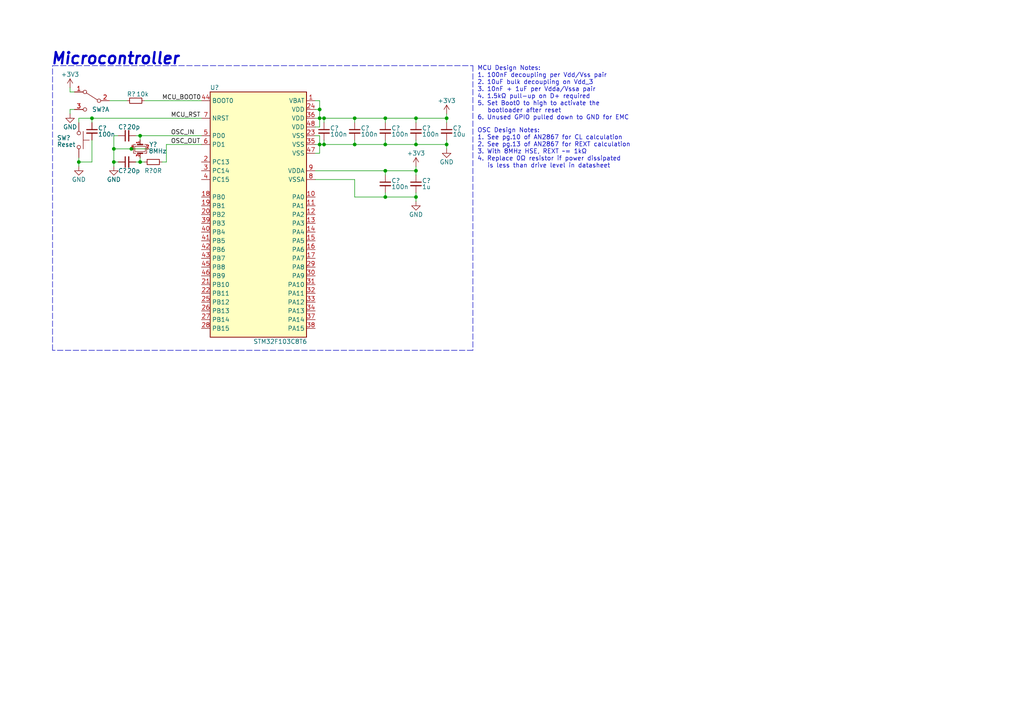
<source format=kicad_sch>
(kicad_sch (version 20211123) (generator eeschema)

  (uuid 5bb4b142-7f0d-4e91-98f8-ca8d5b0119f8)

  (paper "A4")

  (title_block
    (title "mech-eighty")
    (date "2022-06-18")
    (rev "1.0")
    (company "rothman")
  )

  (lib_symbols
    (symbol "Button_Switch:SW_DPDT_x2" (pin_names (offset 0) hide) (in_bom yes) (on_board yes)
      (property "Reference" "SW" (id 0) (at 0 4.318 0)
        (effects (font (size 1.27 1.27)))
      )
      (property "Value" "SW_DPDT_x2" (id 1) (at 0 -5.08 0)
        (effects (font (size 1.27 1.27)))
      )
      (property "Footprint" "" (id 2) (at 0 0 0)
        (effects (font (size 1.27 1.27)) hide)
      )
      (property "Datasheet" "~" (id 3) (at 0 0 0)
        (effects (font (size 1.27 1.27)) hide)
      )
      (property "ki_keywords" "switch dual-pole double-throw DPDT spdt ON-ON" (id 4) (at 0 0 0)
        (effects (font (size 1.27 1.27)) hide)
      )
      (property "ki_description" "Switch, dual pole double throw, separate symbols" (id 5) (at 0 0 0)
        (effects (font (size 1.27 1.27)) hide)
      )
      (property "ki_fp_filters" "SW*DPDT*" (id 6) (at 0 0 0)
        (effects (font (size 1.27 1.27)) hide)
      )
      (symbol "SW_DPDT_x2_0_0"
        (circle (center -2.032 0) (radius 0.508)
          (stroke (width 0) (type default) (color 0 0 0 0))
          (fill (type none))
        )
        (circle (center 2.032 -2.54) (radius 0.508)
          (stroke (width 0) (type default) (color 0 0 0 0))
          (fill (type none))
        )
      )
      (symbol "SW_DPDT_x2_0_1"
        (polyline
          (pts
            (xy -1.524 0.254)
            (xy 1.651 2.286)
          )
          (stroke (width 0) (type default) (color 0 0 0 0))
          (fill (type none))
        )
        (circle (center 2.032 2.54) (radius 0.508)
          (stroke (width 0) (type default) (color 0 0 0 0))
          (fill (type none))
        )
      )
      (symbol "SW_DPDT_x2_1_1"
        (pin passive line (at 5.08 2.54 180) (length 2.54)
          (name "A" (effects (font (size 1.27 1.27))))
          (number "1" (effects (font (size 1.27 1.27))))
        )
        (pin passive line (at -5.08 0 0) (length 2.54)
          (name "B" (effects (font (size 1.27 1.27))))
          (number "2" (effects (font (size 1.27 1.27))))
        )
        (pin passive line (at 5.08 -2.54 180) (length 2.54)
          (name "C" (effects (font (size 1.27 1.27))))
          (number "3" (effects (font (size 1.27 1.27))))
        )
      )
      (symbol "SW_DPDT_x2_2_1"
        (pin passive line (at 5.08 2.54 180) (length 2.54)
          (name "A" (effects (font (size 1.27 1.27))))
          (number "4" (effects (font (size 1.27 1.27))))
        )
        (pin passive line (at -5.08 0 0) (length 2.54)
          (name "B" (effects (font (size 1.27 1.27))))
          (number "5" (effects (font (size 1.27 1.27))))
        )
        (pin passive line (at 5.08 -2.54 180) (length 2.54)
          (name "C" (effects (font (size 1.27 1.27))))
          (number "6" (effects (font (size 1.27 1.27))))
        )
      )
    )
    (symbol "Button_Switch:SW_Push" (pin_numbers hide) (pin_names (offset 1.016) hide) (in_bom yes) (on_board yes)
      (property "Reference" "SW" (id 0) (at 1.27 2.54 0)
        (effects (font (size 1.27 1.27)) (justify left))
      )
      (property "Value" "SW_Push" (id 1) (at 0 -1.524 0)
        (effects (font (size 1.27 1.27)))
      )
      (property "Footprint" "" (id 2) (at 0 5.08 0)
        (effects (font (size 1.27 1.27)) hide)
      )
      (property "Datasheet" "~" (id 3) (at 0 5.08 0)
        (effects (font (size 1.27 1.27)) hide)
      )
      (property "ki_keywords" "switch normally-open pushbutton push-button" (id 4) (at 0 0 0)
        (effects (font (size 1.27 1.27)) hide)
      )
      (property "ki_description" "Push button switch, generic, two pins" (id 5) (at 0 0 0)
        (effects (font (size 1.27 1.27)) hide)
      )
      (symbol "SW_Push_0_1"
        (circle (center -2.032 0) (radius 0.508)
          (stroke (width 0) (type default) (color 0 0 0 0))
          (fill (type none))
        )
        (polyline
          (pts
            (xy 0 1.27)
            (xy 0 3.048)
          )
          (stroke (width 0) (type default) (color 0 0 0 0))
          (fill (type none))
        )
        (polyline
          (pts
            (xy 2.54 1.27)
            (xy -2.54 1.27)
          )
          (stroke (width 0) (type default) (color 0 0 0 0))
          (fill (type none))
        )
        (circle (center 2.032 0) (radius 0.508)
          (stroke (width 0) (type default) (color 0 0 0 0))
          (fill (type none))
        )
        (pin passive line (at -5.08 0 0) (length 2.54)
          (name "1" (effects (font (size 1.27 1.27))))
          (number "1" (effects (font (size 1.27 1.27))))
        )
        (pin passive line (at 5.08 0 180) (length 2.54)
          (name "2" (effects (font (size 1.27 1.27))))
          (number "2" (effects (font (size 1.27 1.27))))
        )
      )
    )
    (symbol "Device:C_Small" (pin_numbers hide) (pin_names (offset 0.254) hide) (in_bom yes) (on_board yes)
      (property "Reference" "C" (id 0) (at 0.254 1.778 0)
        (effects (font (size 1.27 1.27)) (justify left))
      )
      (property "Value" "C_Small" (id 1) (at 0.254 -2.032 0)
        (effects (font (size 1.27 1.27)) (justify left))
      )
      (property "Footprint" "" (id 2) (at 0 0 0)
        (effects (font (size 1.27 1.27)) hide)
      )
      (property "Datasheet" "~" (id 3) (at 0 0 0)
        (effects (font (size 1.27 1.27)) hide)
      )
      (property "ki_keywords" "capacitor cap" (id 4) (at 0 0 0)
        (effects (font (size 1.27 1.27)) hide)
      )
      (property "ki_description" "Unpolarized capacitor, small symbol" (id 5) (at 0 0 0)
        (effects (font (size 1.27 1.27)) hide)
      )
      (property "ki_fp_filters" "C_*" (id 6) (at 0 0 0)
        (effects (font (size 1.27 1.27)) hide)
      )
      (symbol "C_Small_0_1"
        (polyline
          (pts
            (xy -1.524 -0.508)
            (xy 1.524 -0.508)
          )
          (stroke (width 0.3302) (type default) (color 0 0 0 0))
          (fill (type none))
        )
        (polyline
          (pts
            (xy -1.524 0.508)
            (xy 1.524 0.508)
          )
          (stroke (width 0.3048) (type default) (color 0 0 0 0))
          (fill (type none))
        )
      )
      (symbol "C_Small_1_1"
        (pin passive line (at 0 2.54 270) (length 2.032)
          (name "~" (effects (font (size 1.27 1.27))))
          (number "1" (effects (font (size 1.27 1.27))))
        )
        (pin passive line (at 0 -2.54 90) (length 2.032)
          (name "~" (effects (font (size 1.27 1.27))))
          (number "2" (effects (font (size 1.27 1.27))))
        )
      )
    )
    (symbol "Device:Crystal_GND24_Small" (pin_names (offset 1.016) hide) (in_bom yes) (on_board yes)
      (property "Reference" "Y" (id 0) (at 1.27 4.445 0)
        (effects (font (size 1.27 1.27)) (justify left))
      )
      (property "Value" "Crystal_GND24_Small" (id 1) (at 1.27 2.54 0)
        (effects (font (size 1.27 1.27)) (justify left))
      )
      (property "Footprint" "" (id 2) (at 0 0 0)
        (effects (font (size 1.27 1.27)) hide)
      )
      (property "Datasheet" "~" (id 3) (at 0 0 0)
        (effects (font (size 1.27 1.27)) hide)
      )
      (property "ki_keywords" "quartz ceramic resonator oscillator" (id 4) (at 0 0 0)
        (effects (font (size 1.27 1.27)) hide)
      )
      (property "ki_description" "Four pin crystal, GND on pins 2 and 4, small symbol" (id 5) (at 0 0 0)
        (effects (font (size 1.27 1.27)) hide)
      )
      (property "ki_fp_filters" "Crystal*" (id 6) (at 0 0 0)
        (effects (font (size 1.27 1.27)) hide)
      )
      (symbol "Crystal_GND24_Small_0_1"
        (rectangle (start -0.762 -1.524) (end 0.762 1.524)
          (stroke (width 0) (type default) (color 0 0 0 0))
          (fill (type none))
        )
        (polyline
          (pts
            (xy -1.27 -0.762)
            (xy -1.27 0.762)
          )
          (stroke (width 0.381) (type default) (color 0 0 0 0))
          (fill (type none))
        )
        (polyline
          (pts
            (xy 1.27 -0.762)
            (xy 1.27 0.762)
          )
          (stroke (width 0.381) (type default) (color 0 0 0 0))
          (fill (type none))
        )
        (polyline
          (pts
            (xy -1.27 -1.27)
            (xy -1.27 -1.905)
            (xy 1.27 -1.905)
            (xy 1.27 -1.27)
          )
          (stroke (width 0) (type default) (color 0 0 0 0))
          (fill (type none))
        )
        (polyline
          (pts
            (xy -1.27 1.27)
            (xy -1.27 1.905)
            (xy 1.27 1.905)
            (xy 1.27 1.27)
          )
          (stroke (width 0) (type default) (color 0 0 0 0))
          (fill (type none))
        )
      )
      (symbol "Crystal_GND24_Small_1_1"
        (pin passive line (at -2.54 0 0) (length 1.27)
          (name "1" (effects (font (size 1.27 1.27))))
          (number "1" (effects (font (size 0.762 0.762))))
        )
        (pin passive line (at 0 -2.54 90) (length 0.635)
          (name "2" (effects (font (size 1.27 1.27))))
          (number "2" (effects (font (size 0.762 0.762))))
        )
        (pin passive line (at 2.54 0 180) (length 1.27)
          (name "3" (effects (font (size 1.27 1.27))))
          (number "3" (effects (font (size 0.762 0.762))))
        )
        (pin passive line (at 0 2.54 270) (length 0.635)
          (name "4" (effects (font (size 1.27 1.27))))
          (number "4" (effects (font (size 0.762 0.762))))
        )
      )
    )
    (symbol "Device:R_Small" (pin_numbers hide) (pin_names (offset 0.254) hide) (in_bom yes) (on_board yes)
      (property "Reference" "R" (id 0) (at 0.762 0.508 0)
        (effects (font (size 1.27 1.27)) (justify left))
      )
      (property "Value" "R_Small" (id 1) (at 0.762 -1.016 0)
        (effects (font (size 1.27 1.27)) (justify left))
      )
      (property "Footprint" "" (id 2) (at 0 0 0)
        (effects (font (size 1.27 1.27)) hide)
      )
      (property "Datasheet" "~" (id 3) (at 0 0 0)
        (effects (font (size 1.27 1.27)) hide)
      )
      (property "ki_keywords" "R resistor" (id 4) (at 0 0 0)
        (effects (font (size 1.27 1.27)) hide)
      )
      (property "ki_description" "Resistor, small symbol" (id 5) (at 0 0 0)
        (effects (font (size 1.27 1.27)) hide)
      )
      (property "ki_fp_filters" "R_*" (id 6) (at 0 0 0)
        (effects (font (size 1.27 1.27)) hide)
      )
      (symbol "R_Small_0_1"
        (rectangle (start -0.762 1.778) (end 0.762 -1.778)
          (stroke (width 0.2032) (type default) (color 0 0 0 0))
          (fill (type none))
        )
      )
      (symbol "R_Small_1_1"
        (pin passive line (at 0 2.54 270) (length 0.762)
          (name "~" (effects (font (size 1.27 1.27))))
          (number "1" (effects (font (size 1.27 1.27))))
        )
        (pin passive line (at 0 -2.54 90) (length 0.762)
          (name "~" (effects (font (size 1.27 1.27))))
          (number "2" (effects (font (size 1.27 1.27))))
        )
      )
    )
    (symbol "MCU_ST_STM32F103:STM32F103C8T6" (in_bom yes) (on_board yes)
      (property "Reference" "U" (id 0) (at -13.335 39.37 0)
        (effects (font (size 1.27 1.27)))
      )
      (property "Value" "STM32F103C8T6" (id 1) (at 6.35 -34.29 0)
        (effects (font (size 1.27 1.27)))
      )
      (property "Footprint" "" (id 2) (at 17.78 -13.335 0)
        (effects (font (size 1.27 1.27)) hide)
      )
      (property "Datasheet" "" (id 3) (at 17.78 -13.335 0)
        (effects (font (size 1.27 1.27)) hide)
      )
      (symbol "STM32F103C8T6_0_1"
        (rectangle (start -13.97 -33.02) (end 13.97 38.1)
          (stroke (width 0.254) (type default) (color 0 0 0 0))
          (fill (type background))
        )
      )
      (symbol "STM32F103C8T6_1_1"
        (pin power_in line (at 16.51 35.56 180) (length 2.54)
          (name "VBAT" (effects (font (size 1.27 1.27))))
          (number "1" (effects (font (size 1.27 1.27))))
        )
        (pin bidirectional line (at 16.51 7.62 180) (length 2.54)
          (name "PA0" (effects (font (size 1.27 1.27))))
          (number "10" (effects (font (size 1.27 1.27))))
        )
        (pin bidirectional line (at 16.51 5.08 180) (length 2.54)
          (name "PA1" (effects (font (size 1.27 1.27))))
          (number "11" (effects (font (size 1.27 1.27))))
        )
        (pin bidirectional line (at 16.51 2.54 180) (length 2.54)
          (name "PA2" (effects (font (size 1.27 1.27))))
          (number "12" (effects (font (size 1.27 1.27))))
        )
        (pin bidirectional line (at 16.51 0 180) (length 2.54)
          (name "PA3" (effects (font (size 1.27 1.27))))
          (number "13" (effects (font (size 1.27 1.27))))
        )
        (pin bidirectional line (at 16.51 -2.54 180) (length 2.54)
          (name "PA4" (effects (font (size 1.27 1.27))))
          (number "14" (effects (font (size 1.27 1.27))))
        )
        (pin bidirectional line (at 16.51 -5.08 180) (length 2.54)
          (name "PA5" (effects (font (size 1.27 1.27))))
          (number "15" (effects (font (size 1.27 1.27))))
        )
        (pin bidirectional line (at 16.51 -7.62 180) (length 2.54)
          (name "PA6" (effects (font (size 1.27 1.27))))
          (number "16" (effects (font (size 1.27 1.27))))
        )
        (pin bidirectional line (at 16.51 -10.16 180) (length 2.54)
          (name "PA7" (effects (font (size 1.27 1.27))))
          (number "17" (effects (font (size 1.27 1.27))))
        )
        (pin bidirectional line (at -16.51 7.62 0) (length 2.54)
          (name "PB0" (effects (font (size 1.27 1.27))))
          (number "18" (effects (font (size 1.27 1.27))))
        )
        (pin bidirectional line (at -16.51 5.08 0) (length 2.54)
          (name "PB1" (effects (font (size 1.27 1.27))))
          (number "19" (effects (font (size 1.27 1.27))))
        )
        (pin bidirectional line (at -16.51 17.78 0) (length 2.54)
          (name "PC13" (effects (font (size 1.27 1.27))))
          (number "2" (effects (font (size 1.27 1.27))))
        )
        (pin bidirectional line (at -16.51 2.54 0) (length 2.54)
          (name "PB2" (effects (font (size 1.27 1.27))))
          (number "20" (effects (font (size 1.27 1.27))))
        )
        (pin bidirectional line (at -16.51 -17.78 0) (length 2.54)
          (name "PB10" (effects (font (size 1.27 1.27))))
          (number "21" (effects (font (size 1.27 1.27))))
        )
        (pin bidirectional line (at -16.51 -20.32 0) (length 2.54)
          (name "PB11" (effects (font (size 1.27 1.27))))
          (number "22" (effects (font (size 1.27 1.27))))
        )
        (pin power_in line (at 16.51 25.4 180) (length 2.54)
          (name "VSS" (effects (font (size 1.27 1.27))))
          (number "23" (effects (font (size 1.27 1.27))))
        )
        (pin power_in line (at 16.51 33.02 180) (length 2.54)
          (name "VDD" (effects (font (size 1.27 1.27))))
          (number "24" (effects (font (size 1.27 1.27))))
        )
        (pin bidirectional line (at -16.51 -22.86 0) (length 2.54)
          (name "PB12" (effects (font (size 1.27 1.27))))
          (number "25" (effects (font (size 1.27 1.27))))
        )
        (pin bidirectional line (at -16.51 -25.4 0) (length 2.54)
          (name "PB13" (effects (font (size 1.27 1.27))))
          (number "26" (effects (font (size 1.27 1.27))))
        )
        (pin bidirectional line (at -16.51 -27.94 0) (length 2.54)
          (name "PB14" (effects (font (size 1.27 1.27))))
          (number "27" (effects (font (size 1.27 1.27))))
        )
        (pin bidirectional line (at -16.51 -30.48 0) (length 2.54)
          (name "PB15" (effects (font (size 1.27 1.27))))
          (number "28" (effects (font (size 1.27 1.27))))
        )
        (pin bidirectional line (at 16.51 -12.7 180) (length 2.54)
          (name "PA8" (effects (font (size 1.27 1.27))))
          (number "29" (effects (font (size 1.27 1.27))))
        )
        (pin bidirectional line (at -16.51 15.24 0) (length 2.54)
          (name "PC14" (effects (font (size 1.27 1.27))))
          (number "3" (effects (font (size 1.27 1.27))))
        )
        (pin bidirectional line (at 16.51 -15.24 180) (length 2.54)
          (name "PA9" (effects (font (size 1.27 1.27))))
          (number "30" (effects (font (size 1.27 1.27))))
        )
        (pin bidirectional line (at 16.51 -17.78 180) (length 2.54)
          (name "PA10" (effects (font (size 1.27 1.27))))
          (number "31" (effects (font (size 1.27 1.27))))
        )
        (pin bidirectional line (at 16.51 -20.32 180) (length 2.54)
          (name "PA11" (effects (font (size 1.27 1.27))))
          (number "32" (effects (font (size 1.27 1.27))))
        )
        (pin bidirectional line (at 16.51 -22.86 180) (length 2.54)
          (name "PA12" (effects (font (size 1.27 1.27))))
          (number "33" (effects (font (size 1.27 1.27))))
        )
        (pin bidirectional line (at 16.51 -25.4 180) (length 2.54)
          (name "PA13" (effects (font (size 1.27 1.27))))
          (number "34" (effects (font (size 1.27 1.27))))
        )
        (pin power_in line (at 16.51 22.86 180) (length 2.54)
          (name "VSS" (effects (font (size 1.27 1.27))))
          (number "35" (effects (font (size 1.27 1.27))))
        )
        (pin power_in line (at 16.51 30.48 180) (length 2.54)
          (name "VDD" (effects (font (size 1.27 1.27))))
          (number "36" (effects (font (size 1.27 1.27))))
        )
        (pin bidirectional line (at 16.51 -27.94 180) (length 2.54)
          (name "PA14" (effects (font (size 1.27 1.27))))
          (number "37" (effects (font (size 1.27 1.27))))
        )
        (pin bidirectional line (at 16.51 -30.48 180) (length 2.54)
          (name "PA15" (effects (font (size 1.27 1.27))))
          (number "38" (effects (font (size 1.27 1.27))))
        )
        (pin bidirectional line (at -16.51 0 0) (length 2.54)
          (name "PB3" (effects (font (size 1.27 1.27))))
          (number "39" (effects (font (size 1.27 1.27))))
        )
        (pin bidirectional line (at -16.51 12.7 0) (length 2.54)
          (name "PC15" (effects (font (size 1.27 1.27))))
          (number "4" (effects (font (size 1.27 1.27))))
        )
        (pin bidirectional line (at -16.51 -2.54 0) (length 2.54)
          (name "PB4" (effects (font (size 1.27 1.27))))
          (number "40" (effects (font (size 1.27 1.27))))
        )
        (pin bidirectional line (at -16.51 -5.08 0) (length 2.54)
          (name "PB5" (effects (font (size 1.27 1.27))))
          (number "41" (effects (font (size 1.27 1.27))))
        )
        (pin bidirectional line (at -16.51 -7.62 0) (length 2.54)
          (name "PB6" (effects (font (size 1.27 1.27))))
          (number "42" (effects (font (size 1.27 1.27))))
        )
        (pin bidirectional line (at -16.51 -10.16 0) (length 2.54)
          (name "PB7" (effects (font (size 1.27 1.27))))
          (number "43" (effects (font (size 1.27 1.27))))
        )
        (pin input line (at -16.51 35.56 0) (length 2.54)
          (name "BOOT0" (effects (font (size 1.27 1.27))))
          (number "44" (effects (font (size 1.27 1.27))))
        )
        (pin bidirectional line (at -16.51 -12.7 0) (length 2.54)
          (name "PB8" (effects (font (size 1.27 1.27))))
          (number "45" (effects (font (size 1.27 1.27))))
        )
        (pin bidirectional line (at -16.51 -15.24 0) (length 2.54)
          (name "PB9" (effects (font (size 1.27 1.27))))
          (number "46" (effects (font (size 1.27 1.27))))
        )
        (pin power_in line (at 16.51 20.32 180) (length 2.54)
          (name "VSS" (effects (font (size 1.27 1.27))))
          (number "47" (effects (font (size 1.27 1.27))))
        )
        (pin power_in line (at 16.51 27.94 180) (length 2.54)
          (name "VDD" (effects (font (size 1.27 1.27))))
          (number "48" (effects (font (size 1.27 1.27))))
        )
        (pin input line (at -16.51 25.4 0) (length 2.54)
          (name "PD0" (effects (font (size 1.27 1.27))))
          (number "5" (effects (font (size 1.27 1.27))))
        )
        (pin input line (at -16.51 22.86 0) (length 2.54)
          (name "PD1" (effects (font (size 1.27 1.27))))
          (number "6" (effects (font (size 1.27 1.27))))
        )
        (pin input line (at -16.51 30.48 0) (length 2.54)
          (name "NRST" (effects (font (size 1.27 1.27))))
          (number "7" (effects (font (size 1.27 1.27))))
        )
        (pin power_in line (at 16.51 12.7 180) (length 2.54)
          (name "VSSA" (effects (font (size 1.27 1.27))))
          (number "8" (effects (font (size 1.27 1.27))))
        )
        (pin power_in line (at 16.51 15.24 180) (length 2.54)
          (name "VDDA" (effects (font (size 1.27 1.27))))
          (number "9" (effects (font (size 1.27 1.27))))
        )
      )
    )
    (symbol "Power:+3V3" (power) (pin_names (offset 0)) (in_bom yes) (on_board yes)
      (property "Reference" "#PWR" (id 0) (at 0 -3.81 0)
        (effects (font (size 1.27 1.27)) hide)
      )
      (property "Value" "+3V3" (id 1) (at 0 3.556 0)
        (effects (font (size 1.27 1.27)))
      )
      (property "Footprint" "" (id 2) (at 0 0 0)
        (effects (font (size 1.27 1.27)) hide)
      )
      (property "Datasheet" "" (id 3) (at 0 0 0)
        (effects (font (size 1.27 1.27)) hide)
      )
      (property "ki_keywords" "power-flag" (id 4) (at 0 0 0)
        (effects (font (size 1.27 1.27)) hide)
      )
      (property "ki_description" "Power symbol creates a global label with name \"+3V3\"" (id 5) (at 0 0 0)
        (effects (font (size 1.27 1.27)) hide)
      )
      (symbol "+3V3_0_1"
        (polyline
          (pts
            (xy -0.762 1.27)
            (xy 0 2.54)
          )
          (stroke (width 0) (type default) (color 0 0 0 0))
          (fill (type none))
        )
        (polyline
          (pts
            (xy 0 0)
            (xy 0 2.54)
          )
          (stroke (width 0) (type default) (color 0 0 0 0))
          (fill (type none))
        )
        (polyline
          (pts
            (xy 0 2.54)
            (xy 0.762 1.27)
          )
          (stroke (width 0) (type default) (color 0 0 0 0))
          (fill (type none))
        )
      )
      (symbol "+3V3_1_1"
        (pin power_in line (at 0 0 90) (length 0) hide
          (name "+3V3" (effects (font (size 1.27 1.27))))
          (number "1" (effects (font (size 1.27 1.27))))
        )
      )
    )
    (symbol "Power:GND" (power) (pin_names (offset 0)) (in_bom yes) (on_board yes)
      (property "Reference" "#PWR" (id 0) (at 0 -6.35 0)
        (effects (font (size 1.27 1.27)) hide)
      )
      (property "Value" "GND" (id 1) (at 0 -3.81 0)
        (effects (font (size 1.27 1.27)))
      )
      (property "Footprint" "" (id 2) (at 0 0 0)
        (effects (font (size 1.27 1.27)) hide)
      )
      (property "Datasheet" "" (id 3) (at 0 0 0)
        (effects (font (size 1.27 1.27)) hide)
      )
      (property "ki_keywords" "power-flag" (id 4) (at 0 0 0)
        (effects (font (size 1.27 1.27)) hide)
      )
      (property "ki_description" "Power symbol creates a global label with name \"GND\" , ground" (id 5) (at 0 0 0)
        (effects (font (size 1.27 1.27)) hide)
      )
      (symbol "GND_0_1"
        (polyline
          (pts
            (xy 0 0)
            (xy 0 -1.27)
            (xy 1.27 -1.27)
            (xy 0 -2.54)
            (xy -1.27 -1.27)
            (xy 0 -1.27)
          )
          (stroke (width 0) (type default) (color 0 0 0 0))
          (fill (type none))
        )
      )
      (symbol "GND_1_1"
        (pin power_in line (at 0 0 270) (length 0) hide
          (name "GND" (effects (font (size 1.27 1.27))))
          (number "1" (effects (font (size 1.27 1.27))))
        )
      )
    )
  )

  (junction (at 111.76 57.15) (diameter 0) (color 0 0 0 0)
    (uuid 037a55dc-fe84-4094-ad72-0d6aec300ee4)
  )
  (junction (at 120.65 34.29) (diameter 0) (color 0 0 0 0)
    (uuid 09b31e71-1402-4cdd-b69d-c027a122aba9)
  )
  (junction (at 92.71 31.75) (diameter 0) (color 0 0 0 0)
    (uuid 0b4038e2-1744-4d90-9385-bed40be4f180)
  )
  (junction (at 22.86 46.99) (diameter 0) (color 0 0 0 0)
    (uuid 25a0d903-ca77-4861-ae2c-d230e42e1ef7)
  )
  (junction (at 40.64 39.37) (diameter 0) (color 0 0 0 0)
    (uuid 27f34e5c-c4fe-4497-bff8-c26ce50927a4)
  )
  (junction (at 33.02 43.18) (diameter 0) (color 0 0 0 0)
    (uuid 28ed67df-9206-489e-b3fb-aeb7c2f127f6)
  )
  (junction (at 40.64 46.99) (diameter 0) (color 0 0 0 0)
    (uuid 3c1bcb0f-4c45-49f9-b6a6-9250a390b787)
  )
  (junction (at 111.76 49.53) (diameter 0) (color 0 0 0 0)
    (uuid 41d87e61-3d10-4aae-bb22-cc9d80a9eaf5)
  )
  (junction (at 93.98 34.29) (diameter 0) (color 0 0 0 0)
    (uuid 502716e0-3df5-4171-91df-5630cb2e44b3)
  )
  (junction (at 120.65 57.15) (diameter 0) (color 0 0 0 0)
    (uuid 64602074-9441-466c-8245-0ad04b51207d)
  )
  (junction (at 129.54 41.91) (diameter 0) (color 0 0 0 0)
    (uuid 6e7079d5-fc6f-417d-99ab-24762e7c0fdc)
  )
  (junction (at 120.65 41.91) (diameter 0) (color 0 0 0 0)
    (uuid 77772876-bcdf-43d4-9b00-5580ca209e04)
  )
  (junction (at 129.54 34.29) (diameter 0) (color 0 0 0 0)
    (uuid 7fa0d97d-219b-4168-927e-46fe9f5830a9)
  )
  (junction (at 102.87 41.91) (diameter 0) (color 0 0 0 0)
    (uuid 86e162ad-332e-4707-b781-6dc88d09e70a)
  )
  (junction (at 92.71 41.91) (diameter 0) (color 0 0 0 0)
    (uuid 8b87da65-2c38-4519-8a68-b91f949eb3cd)
  )
  (junction (at 102.87 34.29) (diameter 0) (color 0 0 0 0)
    (uuid 90a08251-03ba-417a-9b5c-142f4ff88205)
  )
  (junction (at 26.67 34.29) (diameter 0) (color 0 0 0 0)
    (uuid 9ab9863d-95bb-4497-b1ec-d015b49bdf6c)
  )
  (junction (at 93.98 41.91) (diameter 0) (color 0 0 0 0)
    (uuid 9c4df889-6a72-4946-95a4-ba7c6ec64439)
  )
  (junction (at 120.65 49.53) (diameter 0) (color 0 0 0 0)
    (uuid a3192895-0290-4eba-a216-9eac5c2b0c61)
  )
  (junction (at 111.76 41.91) (diameter 0) (color 0 0 0 0)
    (uuid a61d31dd-8d65-4b18-837d-7c15c99f7efe)
  )
  (junction (at 92.71 34.29) (diameter 0) (color 0 0 0 0)
    (uuid b853e6c5-0730-430c-8139-d68d0d6dd16f)
  )
  (junction (at 111.76 34.29) (diameter 0) (color 0 0 0 0)
    (uuid e93496fb-998d-422a-938b-67d88b56274a)
  )
  (junction (at 38.1 43.18) (diameter 0) (color 0 0 0 0)
    (uuid e9fcea69-3918-4a14-9de7-cddca34f5884)
  )
  (junction (at 33.02 46.99) (diameter 0) (color 0 0 0 0)
    (uuid f38fa6c3-e210-4b94-a973-73ead4dbc6e0)
  )

  (wire (pts (xy 120.65 55.88) (xy 120.65 57.15))
    (stroke (width 0) (type default) (color 0 0 0 0))
    (uuid 01ce5f82-4a5a-4dfb-a0e3-204d911c7173)
  )
  (wire (pts (xy 93.98 34.29) (xy 102.87 34.29))
    (stroke (width 0) (type default) (color 0 0 0 0))
    (uuid 04cbefa3-f5be-4451-a0ff-af5c6af3f367)
  )
  (wire (pts (xy 93.98 40.64) (xy 93.98 41.91))
    (stroke (width 0) (type default) (color 0 0 0 0))
    (uuid 05545756-dd5d-4d36-9c9b-b3f44965795d)
  )
  (wire (pts (xy 91.44 49.53) (xy 111.76 49.53))
    (stroke (width 0) (type default) (color 0 0 0 0))
    (uuid 0670b81a-ca9b-4bae-98bc-72b7f5308522)
  )
  (wire (pts (xy 20.32 31.75) (xy 20.32 33.02))
    (stroke (width 0) (type default) (color 0 0 0 0))
    (uuid 0dc2f3ab-d560-42fd-b535-baffb4191296)
  )
  (polyline (pts (xy 137.16 19.05) (xy 137.16 101.6))
    (stroke (width 0) (type default) (color 0 0 0 0))
    (uuid 114ef0e3-ea79-40b7-8b8a-42b8813526b8)
  )

  (wire (pts (xy 26.67 40.64) (xy 26.67 46.99))
    (stroke (width 0) (type default) (color 0 0 0 0))
    (uuid 12f86406-df29-4351-9b62-a188effcad1b)
  )
  (wire (pts (xy 40.64 46.99) (xy 41.91 46.99))
    (stroke (width 0) (type default) (color 0 0 0 0))
    (uuid 145c95bf-20fc-4bed-8efe-dbee4a4d5ddf)
  )
  (wire (pts (xy 33.02 39.37) (xy 33.02 43.18))
    (stroke (width 0) (type default) (color 0 0 0 0))
    (uuid 17e967b9-32a7-413d-b9ce-d078a2a016a4)
  )
  (wire (pts (xy 31.75 29.21) (xy 36.83 29.21))
    (stroke (width 0) (type default) (color 0 0 0 0))
    (uuid 1878d9a2-8935-4b6f-83c7-ee8bfa747b91)
  )
  (wire (pts (xy 22.86 45.72) (xy 22.86 46.99))
    (stroke (width 0) (type default) (color 0 0 0 0))
    (uuid 1b5b8400-3058-41e1-8184-cde4f711c6f1)
  )
  (wire (pts (xy 120.65 49.53) (xy 120.65 50.8))
    (stroke (width 0) (type default) (color 0 0 0 0))
    (uuid 1cb2c41a-8b51-41f3-9912-6eeb8e6471d7)
  )
  (wire (pts (xy 40.64 39.37) (xy 58.42 39.37))
    (stroke (width 0) (type default) (color 0 0 0 0))
    (uuid 1d1a0a70-0225-4e0f-a9e2-40618ca4105e)
  )
  (wire (pts (xy 21.59 26.67) (xy 20.32 26.67))
    (stroke (width 0) (type default) (color 0 0 0 0))
    (uuid 1ead3e2c-f5c2-4de2-952c-7b81b45f67de)
  )
  (wire (pts (xy 91.44 52.07) (xy 102.87 52.07))
    (stroke (width 0) (type default) (color 0 0 0 0))
    (uuid 1fce8fdc-18de-4283-ba0b-15018606d039)
  )
  (wire (pts (xy 102.87 40.64) (xy 102.87 41.91))
    (stroke (width 0) (type default) (color 0 0 0 0))
    (uuid 20c1a8aa-dc54-414c-965c-8bf676da6c8b)
  )
  (wire (pts (xy 120.65 40.64) (xy 120.65 41.91))
    (stroke (width 0) (type default) (color 0 0 0 0))
    (uuid 22e73270-08ae-4783-9a60-9d3894b24fe8)
  )
  (wire (pts (xy 120.65 48.26) (xy 120.65 49.53))
    (stroke (width 0) (type default) (color 0 0 0 0))
    (uuid 26958e7b-70c3-43be-af53-1bd41a2ff9ec)
  )
  (polyline (pts (xy 15.24 101.6) (xy 15.24 19.05))
    (stroke (width 0) (type default) (color 0 0 0 0))
    (uuid 290fbd1e-a8f0-446e-bdef-9357af6e5af7)
  )

  (wire (pts (xy 33.02 46.99) (xy 34.29 46.99))
    (stroke (width 0) (type default) (color 0 0 0 0))
    (uuid 2a05c536-a962-47b5-9a04-97b7bca665dc)
  )
  (wire (pts (xy 111.76 41.91) (xy 102.87 41.91))
    (stroke (width 0) (type default) (color 0 0 0 0))
    (uuid 2b7d3211-e1e4-4d29-8092-590a43a29d08)
  )
  (wire (pts (xy 92.71 41.91) (xy 92.71 44.45))
    (stroke (width 0) (type default) (color 0 0 0 0))
    (uuid 2e118991-780a-4f54-ae95-eb7ec613a833)
  )
  (wire (pts (xy 46.99 46.99) (xy 48.26 46.99))
    (stroke (width 0) (type default) (color 0 0 0 0))
    (uuid 30d93de2-0e3d-4beb-b082-e1fa84afb299)
  )
  (wire (pts (xy 21.59 31.75) (xy 20.32 31.75))
    (stroke (width 0) (type default) (color 0 0 0 0))
    (uuid 31c2df49-c1e0-4517-af5f-ac09d515bf15)
  )
  (wire (pts (xy 93.98 34.29) (xy 93.98 35.56))
    (stroke (width 0) (type default) (color 0 0 0 0))
    (uuid 32c3e3a2-0948-4f56-b1d1-48b453b86a22)
  )
  (wire (pts (xy 40.64 46.99) (xy 39.37 46.99))
    (stroke (width 0) (type default) (color 0 0 0 0))
    (uuid 368564e9-eda2-4efb-b133-2aab722720d9)
  )
  (wire (pts (xy 102.87 57.15) (xy 111.76 57.15))
    (stroke (width 0) (type default) (color 0 0 0 0))
    (uuid 3890adeb-7c0a-4a53-ba9e-c9238faa1ebe)
  )
  (wire (pts (xy 22.86 46.99) (xy 22.86 48.26))
    (stroke (width 0) (type default) (color 0 0 0 0))
    (uuid 39c743e1-6dd2-4d85-a56a-d82bfaa5e30b)
  )
  (wire (pts (xy 120.65 41.91) (xy 129.54 41.91))
    (stroke (width 0) (type default) (color 0 0 0 0))
    (uuid 39fde105-0360-4d01-9eff-6ff6d3e31317)
  )
  (wire (pts (xy 20.32 26.67) (xy 20.32 25.4))
    (stroke (width 0) (type default) (color 0 0 0 0))
    (uuid 3ad7d1fe-5984-49bd-a5b5-68bf4e1d5d87)
  )
  (wire (pts (xy 120.65 57.15) (xy 120.65 58.42))
    (stroke (width 0) (type default) (color 0 0 0 0))
    (uuid 3b719363-8c12-4b1d-8a66-67dafb69d0d9)
  )
  (wire (pts (xy 111.76 57.15) (xy 120.65 57.15))
    (stroke (width 0) (type default) (color 0 0 0 0))
    (uuid 3dc86d05-138b-47ac-a150-153130b51ed9)
  )
  (wire (pts (xy 39.37 39.37) (xy 40.64 39.37))
    (stroke (width 0) (type default) (color 0 0 0 0))
    (uuid 41b15dee-b278-4882-9793-7c2397480c52)
  )
  (wire (pts (xy 111.76 50.8) (xy 111.76 49.53))
    (stroke (width 0) (type default) (color 0 0 0 0))
    (uuid 41b77694-ff36-4c42-9d7e-11537208aeda)
  )
  (wire (pts (xy 92.71 39.37) (xy 92.71 41.91))
    (stroke (width 0) (type default) (color 0 0 0 0))
    (uuid 45308f75-04c1-4c2f-a624-8c3cddfad381)
  )
  (wire (pts (xy 111.76 49.53) (xy 120.65 49.53))
    (stroke (width 0) (type default) (color 0 0 0 0))
    (uuid 45c9c55b-ef9f-498d-a5da-3a94b2a38252)
  )
  (wire (pts (xy 120.65 41.91) (xy 111.76 41.91))
    (stroke (width 0) (type default) (color 0 0 0 0))
    (uuid 4c223b6a-2957-4c03-bcbe-b9a8670d11ff)
  )
  (wire (pts (xy 93.98 41.91) (xy 92.71 41.91))
    (stroke (width 0) (type default) (color 0 0 0 0))
    (uuid 54171a1a-4feb-481b-8d25-96db2ad21b36)
  )
  (wire (pts (xy 92.71 34.29) (xy 93.98 34.29))
    (stroke (width 0) (type default) (color 0 0 0 0))
    (uuid 56852c78-80dd-43b6-9e98-702c64e4ca86)
  )
  (polyline (pts (xy 15.24 19.05) (xy 137.16 19.05))
    (stroke (width 0) (type default) (color 0 0 0 0))
    (uuid 582a5405-e0b3-45ac-af78-cf54ca543435)
  )

  (wire (pts (xy 33.02 43.18) (xy 38.1 43.18))
    (stroke (width 0) (type default) (color 0 0 0 0))
    (uuid 5cc222b6-1821-4e7f-835f-0773be0d5551)
  )
  (wire (pts (xy 22.86 34.29) (xy 26.67 34.29))
    (stroke (width 0) (type default) (color 0 0 0 0))
    (uuid 5fa536cb-558e-4111-bdb8-f7455926c927)
  )
  (wire (pts (xy 111.76 55.88) (xy 111.76 57.15))
    (stroke (width 0) (type default) (color 0 0 0 0))
    (uuid 60600c01-dcc2-4db6-957c-c1c7db691541)
  )
  (wire (pts (xy 129.54 41.91) (xy 129.54 43.18))
    (stroke (width 0) (type default) (color 0 0 0 0))
    (uuid 656848e7-3b11-48fc-a5b4-ec7e4fb6f951)
  )
  (wire (pts (xy 102.87 34.29) (xy 111.76 34.29))
    (stroke (width 0) (type default) (color 0 0 0 0))
    (uuid 68e51462-e21f-4988-91af-9848dc4c41dc)
  )
  (wire (pts (xy 111.76 34.29) (xy 111.76 35.56))
    (stroke (width 0) (type default) (color 0 0 0 0))
    (uuid 6e19a125-12cc-4874-ac86-2786d6b342fd)
  )
  (wire (pts (xy 26.67 46.99) (xy 22.86 46.99))
    (stroke (width 0) (type default) (color 0 0 0 0))
    (uuid 788b1bb3-a0d2-44da-a32e-47ae2a3715b6)
  )
  (wire (pts (xy 26.67 34.29) (xy 26.67 35.56))
    (stroke (width 0) (type default) (color 0 0 0 0))
    (uuid 7bb87944-13c0-4a9a-b3c4-eccff8fb4995)
  )
  (wire (pts (xy 48.26 41.91) (xy 48.26 46.99))
    (stroke (width 0) (type default) (color 0 0 0 0))
    (uuid 81d978bd-a417-4668-89a7-fc31f73abe50)
  )
  (wire (pts (xy 40.64 39.37) (xy 40.64 40.64))
    (stroke (width 0) (type default) (color 0 0 0 0))
    (uuid 849dab4b-9137-46ca-8ac7-3b8c0c2717ec)
  )
  (wire (pts (xy 129.54 40.64) (xy 129.54 41.91))
    (stroke (width 0) (type default) (color 0 0 0 0))
    (uuid 8610b234-727c-4a28-9c3d-52a54ef619c9)
  )
  (wire (pts (xy 129.54 34.29) (xy 129.54 35.56))
    (stroke (width 0) (type default) (color 0 0 0 0))
    (uuid 86fd7005-503e-4926-8cef-58904b2f7ea7)
  )
  (polyline (pts (xy 137.16 101.6) (xy 15.24 101.6))
    (stroke (width 0) (type default) (color 0 0 0 0))
    (uuid 9445305c-6aeb-4984-81a8-7c85103dabd1)
  )

  (wire (pts (xy 33.02 43.18) (xy 33.02 46.99))
    (stroke (width 0) (type default) (color 0 0 0 0))
    (uuid 9793f70a-59e1-4b6e-bba6-6cddfbd61f55)
  )
  (wire (pts (xy 41.91 29.21) (xy 58.42 29.21))
    (stroke (width 0) (type default) (color 0 0 0 0))
    (uuid 9a22041e-1ee1-497d-acd5-6c32721c941b)
  )
  (wire (pts (xy 111.76 34.29) (xy 120.65 34.29))
    (stroke (width 0) (type default) (color 0 0 0 0))
    (uuid 9c8c4adb-06df-4d6c-9220-7c5e571b3160)
  )
  (wire (pts (xy 91.44 34.29) (xy 92.71 34.29))
    (stroke (width 0) (type default) (color 0 0 0 0))
    (uuid a2b3270c-f6d0-4222-a294-0f658d5e7898)
  )
  (wire (pts (xy 129.54 33.02) (xy 129.54 34.29))
    (stroke (width 0) (type default) (color 0 0 0 0))
    (uuid a4584cbb-f116-4576-83b8-2317ddfa1818)
  )
  (wire (pts (xy 111.76 40.64) (xy 111.76 41.91))
    (stroke (width 0) (type default) (color 0 0 0 0))
    (uuid a93281e0-ebe8-45d1-b2b1-d50da15ac316)
  )
  (wire (pts (xy 40.64 45.72) (xy 40.64 46.99))
    (stroke (width 0) (type default) (color 0 0 0 0))
    (uuid accdca3f-48f0-45a5-8199-8d7365f724d5)
  )
  (wire (pts (xy 91.44 41.91) (xy 92.71 41.91))
    (stroke (width 0) (type default) (color 0 0 0 0))
    (uuid ad655865-ca6f-4ec3-9269-7fcb9c739dc7)
  )
  (wire (pts (xy 102.87 34.29) (xy 102.87 35.56))
    (stroke (width 0) (type default) (color 0 0 0 0))
    (uuid aedfea2d-53a6-4ac9-88c8-409160ffe62a)
  )
  (wire (pts (xy 91.44 29.21) (xy 92.71 29.21))
    (stroke (width 0) (type default) (color 0 0 0 0))
    (uuid b1a29e8d-0d15-467e-a8f0-ac00feb42e2b)
  )
  (wire (pts (xy 92.71 36.83) (xy 91.44 36.83))
    (stroke (width 0) (type default) (color 0 0 0 0))
    (uuid b22ce4a6-d034-4310-ac0a-27a830fa1f17)
  )
  (wire (pts (xy 102.87 52.07) (xy 102.87 57.15))
    (stroke (width 0) (type default) (color 0 0 0 0))
    (uuid b29c8598-0236-4ea2-a55a-91396bd7b1a5)
  )
  (wire (pts (xy 102.87 41.91) (xy 93.98 41.91))
    (stroke (width 0) (type default) (color 0 0 0 0))
    (uuid c1ef2848-5c8d-4568-bc01-3e017d76cb83)
  )
  (wire (pts (xy 92.71 29.21) (xy 92.71 31.75))
    (stroke (width 0) (type default) (color 0 0 0 0))
    (uuid c20209cf-949d-4c5e-96c9-1c0cc193ac89)
  )
  (wire (pts (xy 91.44 44.45) (xy 92.71 44.45))
    (stroke (width 0) (type default) (color 0 0 0 0))
    (uuid c7a31698-ef12-44bc-bb7d-dcfbf20b009b)
  )
  (wire (pts (xy 120.65 34.29) (xy 120.65 35.56))
    (stroke (width 0) (type default) (color 0 0 0 0))
    (uuid c7a5fe37-e39b-4c1d-b668-0d66f9ee95dd)
  )
  (wire (pts (xy 22.86 35.56) (xy 22.86 34.29))
    (stroke (width 0) (type default) (color 0 0 0 0))
    (uuid d4799afd-dbb8-424b-bf38-b4f37b1adfdd)
  )
  (wire (pts (xy 48.26 41.91) (xy 58.42 41.91))
    (stroke (width 0) (type default) (color 0 0 0 0))
    (uuid d6df2ac6-0199-4ec7-92ce-70174c8b6b02)
  )
  (wire (pts (xy 91.44 39.37) (xy 92.71 39.37))
    (stroke (width 0) (type default) (color 0 0 0 0))
    (uuid dbf5c1b8-eba7-4ccb-a9ba-0922cdcea37d)
  )
  (wire (pts (xy 34.29 39.37) (xy 33.02 39.37))
    (stroke (width 0) (type default) (color 0 0 0 0))
    (uuid dfa02007-ffa5-4bdd-9ac6-d8750ee57f43)
  )
  (wire (pts (xy 92.71 31.75) (xy 92.71 34.29))
    (stroke (width 0) (type default) (color 0 0 0 0))
    (uuid e8a4876c-7dd2-4033-9575-18c37657239c)
  )
  (wire (pts (xy 38.1 43.18) (xy 43.18 43.18))
    (stroke (width 0) (type default) (color 0 0 0 0))
    (uuid eba4d594-105c-48c1-8331-ba16cfba460d)
  )
  (wire (pts (xy 92.71 34.29) (xy 92.71 36.83))
    (stroke (width 0) (type default) (color 0 0 0 0))
    (uuid ed2345ee-3ca7-4c5a-b82f-f1eae94f0732)
  )
  (wire (pts (xy 26.67 34.29) (xy 58.42 34.29))
    (stroke (width 0) (type default) (color 0 0 0 0))
    (uuid f09a232a-19cf-4d5c-a01b-eb666da11c44)
  )
  (wire (pts (xy 33.02 46.99) (xy 33.02 48.26))
    (stroke (width 0) (type default) (color 0 0 0 0))
    (uuid f1471ecd-990e-478f-886b-c3087c60a5da)
  )
  (wire (pts (xy 120.65 34.29) (xy 129.54 34.29))
    (stroke (width 0) (type default) (color 0 0 0 0))
    (uuid f745af2c-16f7-4d81-9ceb-b53d1724aca1)
  )
  (wire (pts (xy 91.44 31.75) (xy 92.71 31.75))
    (stroke (width 0) (type default) (color 0 0 0 0))
    (uuid f75cdcf5-534d-4329-b7bd-102a82380e2e)
  )

  (text "MCU Design Notes:\n1. 100nF decoupling per Vdd/Vss pair\n2. 10uF bulk decoupling on Vdd_3\n3. 10nF + 1uF per Vdda/Vssa pair\n4. 1.5kΩ pull-up on D+ required\n5. Set Boot0 to high to activate the\n   bootloader after reset\n6. Unused GPIO pulled down to GND for EMC"
    (at 138.43 34.925 0)
    (effects (font (size 1.27 1.27)) (justify left bottom))
    (uuid 2a952a45-e4bd-4f13-a19c-a4670ae8c48b)
  )
  (text "Microcontroller" (at 14.605 19.05 0)
    (effects (font (size 3.27 3.27) (thickness 0.654) bold italic) (justify left bottom))
    (uuid 83e2e69c-10df-42cc-a473-cfc0b52dbfec)
  )
  (text "OSC Design Notes:\n1. See pg.10 of AN2867 for CL calculation\n2. See pg.13 of AN2867 for REXT calculation\n3. With 8MHz HSE, REXT ~= 1kΩ\n4. Replace 0Ω resistor if power dissipated\n   is less than drive level in datasheet\n"
    (at 138.43 48.895 0)
    (effects (font (size 1.27 1.27)) (justify left bottom))
    (uuid cb1c31b4-9ee0-417c-a8be-ecf3b2eb9359)
  )

  (label "MCU_BOOT0" (at 46.99 29.21 0)
    (effects (font (size 1.27 1.27)) (justify left bottom))
    (uuid 136c72b6-21a7-40da-ab7d-2c3dd58951a9)
  )
  (label "OSC_IN" (at 49.53 39.37 0)
    (effects (font (size 1.27 1.27)) (justify left bottom))
    (uuid 161e08d5-e596-4767-b63e-d86a3e415266)
  )
  (label "OSC_OUT" (at 49.53 41.91 0)
    (effects (font (size 1.27 1.27)) (justify left bottom))
    (uuid 53126b76-e043-4537-bef9-e61e7d03afef)
  )
  (label "MCU_RST" (at 49.53 34.29 0)
    (effects (font (size 1.27 1.27)) (justify left bottom))
    (uuid 890dd47f-280e-48c2-a812-136cf37e2c33)
  )

  (symbol (lib_id "Device:C_Small") (at 111.76 53.34 0) (unit 1)
    (in_bom yes) (on_board yes)
    (uuid 25129f13-61fe-4798-b31d-f391c3c08b33)
    (property "Reference" "C?" (id 0) (at 113.502 52.416 0)
      (effects (font (size 1.27 1.27)) (justify left))
    )
    (property "Value" "100n" (id 1) (at 113.502 54.194 0)
      (effects (font (size 1.27 1.27)) (justify left))
    )
    (property "Footprint" "" (id 2) (at 111.76 53.34 0)
      (effects (font (size 1.27 1.27)) hide)
    )
    (property "Datasheet" "~" (id 3) (at 111.76 53.34 0)
      (effects (font (size 1.27 1.27)) hide)
    )
    (pin "1" (uuid d3c0a2b8-56fe-4d9e-8ea7-699cf945b6fe))
    (pin "2" (uuid 1cf5a039-68c6-4217-b379-d2d49252a16e))
  )

  (symbol (lib_id "Power:GND") (at 129.54 43.18 0) (unit 1)
    (in_bom yes) (on_board yes)
    (uuid 3810fa45-4afb-42f3-978d-d90306fd0e70)
    (property "Reference" "#PWR?" (id 0) (at 129.54 49.53 0)
      (effects (font (size 1.27 1.27)) hide)
    )
    (property "Value" "GND" (id 1) (at 129.54 46.99 0))
    (property "Footprint" "" (id 2) (at 129.54 43.18 0)
      (effects (font (size 1.27 1.27)) hide)
    )
    (property "Datasheet" "" (id 3) (at 129.54 43.18 0)
      (effects (font (size 1.27 1.27)) hide)
    )
    (pin "1" (uuid 92d71e1e-fa4f-4e67-a40d-459dae297e2b))
  )

  (symbol (lib_id "Button_Switch:SW_DPDT_x2") (at 26.67 29.21 0) (mirror y) (unit 1)
    (in_bom yes) (on_board yes)
    (uuid 3d2ec2c2-d9da-4d84-bed9-4e5d650d3b10)
    (property "Reference" "SW?" (id 0) (at 29.21 31.75 0))
    (property "Value" "SW_DPDT_x2" (id 1) (at 26.67 34.29 0)
      (effects (font (size 1.27 1.27)) hide)
    )
    (property "Footprint" "" (id 2) (at 26.67 29.21 0)
      (effects (font (size 1.27 1.27)) hide)
    )
    (property "Datasheet" "~" (id 3) (at 26.67 29.21 0)
      (effects (font (size 1.27 1.27)) hide)
    )
    (pin "1" (uuid cf23d8f9-20f1-4dd0-ae04-bae1b21d90d6))
    (pin "2" (uuid 942a7783-cb84-4719-923d-f8ec9cbc97d3))
    (pin "3" (uuid a33e6043-a0eb-495d-8151-7d276be2f5e8))
    (pin "4" (uuid e707cc95-3824-4fe7-9300-d7aea8c6389e))
    (pin "5" (uuid 6ab88c3f-4b5a-44e6-8b7a-878e1657fc51))
    (pin "6" (uuid bff6579c-cdea-4266-addf-721cc356af48))
  )

  (symbol (lib_id "Power:GND") (at 20.32 33.02 0) (unit 1)
    (in_bom yes) (on_board yes)
    (uuid 42564d72-6b34-4d12-8d9b-18c7d3c3daa3)
    (property "Reference" "#PWR?" (id 0) (at 20.32 39.37 0)
      (effects (font (size 1.27 1.27)) hide)
    )
    (property "Value" "GND" (id 1) (at 20.32 36.83 0))
    (property "Footprint" "" (id 2) (at 20.32 33.02 0)
      (effects (font (size 1.27 1.27)) hide)
    )
    (property "Datasheet" "" (id 3) (at 20.32 33.02 0)
      (effects (font (size 1.27 1.27)) hide)
    )
    (pin "1" (uuid 96454442-664d-40cd-a403-95364ca7704a))
  )

  (symbol (lib_id "Device:C_Small") (at 120.65 38.1 0) (unit 1)
    (in_bom yes) (on_board yes)
    (uuid 445c3c8a-a576-49d5-b99d-676344d12c5e)
    (property "Reference" "C?" (id 0) (at 122.392 37.176 0)
      (effects (font (size 1.27 1.27)) (justify left))
    )
    (property "Value" "100n" (id 1) (at 122.392 38.954 0)
      (effects (font (size 1.27 1.27)) (justify left))
    )
    (property "Footprint" "" (id 2) (at 120.65 38.1 0)
      (effects (font (size 1.27 1.27)) hide)
    )
    (property "Datasheet" "~" (id 3) (at 120.65 38.1 0)
      (effects (font (size 1.27 1.27)) hide)
    )
    (pin "1" (uuid 3ae75f44-6be7-415b-933d-a4c56e038429))
    (pin "2" (uuid 5775d7f6-efca-4772-9b27-89e6e45eeec9))
  )

  (symbol (lib_id "Power:GND") (at 120.65 58.42 0) (unit 1)
    (in_bom yes) (on_board yes)
    (uuid 5f36d1fa-d9b4-4d15-beb6-3419d4af21a9)
    (property "Reference" "#PWR?" (id 0) (at 120.65 64.77 0)
      (effects (font (size 1.27 1.27)) hide)
    )
    (property "Value" "GND" (id 1) (at 120.65 62.23 0))
    (property "Footprint" "" (id 2) (at 120.65 58.42 0)
      (effects (font (size 1.27 1.27)) hide)
    )
    (property "Datasheet" "" (id 3) (at 120.65 58.42 0)
      (effects (font (size 1.27 1.27)) hide)
    )
    (pin "1" (uuid a73bb62f-ca8f-4071-a07a-0decc90c0254))
  )

  (symbol (lib_id "Device:C_Small") (at 111.76 38.1 0) (unit 1)
    (in_bom yes) (on_board yes)
    (uuid 777d67d5-ab0e-4e2a-9948-43fd802dc0c4)
    (property "Reference" "C?" (id 0) (at 113.502 37.176 0)
      (effects (font (size 1.27 1.27)) (justify left))
    )
    (property "Value" "100n" (id 1) (at 113.502 38.954 0)
      (effects (font (size 1.27 1.27)) (justify left))
    )
    (property "Footprint" "" (id 2) (at 111.76 38.1 0)
      (effects (font (size 1.27 1.27)) hide)
    )
    (property "Datasheet" "~" (id 3) (at 111.76 38.1 0)
      (effects (font (size 1.27 1.27)) hide)
    )
    (pin "1" (uuid 6d4ed74c-c547-43bd-be2d-d02fa8bac1f1))
    (pin "2" (uuid 0e3f0e1e-549e-497f-86df-f8d88f04e0a0))
  )

  (symbol (lib_id "Power:GND") (at 22.86 48.26 0) (unit 1)
    (in_bom yes) (on_board yes)
    (uuid 83a6ccee-03d0-4a82-b227-8327104efdb0)
    (property "Reference" "#PWR?" (id 0) (at 22.86 54.61 0)
      (effects (font (size 1.27 1.27)) hide)
    )
    (property "Value" "GND" (id 1) (at 22.86 52.07 0))
    (property "Footprint" "" (id 2) (at 22.86 48.26 0)
      (effects (font (size 1.27 1.27)) hide)
    )
    (property "Datasheet" "" (id 3) (at 22.86 48.26 0)
      (effects (font (size 1.27 1.27)) hide)
    )
    (pin "1" (uuid 24bd198c-5147-4cba-a3e6-ed21a18d6f03))
  )

  (symbol (lib_id "Button_Switch:SW_Push") (at 22.86 40.64 270) (unit 1)
    (in_bom yes) (on_board yes)
    (uuid 85f86cb1-a7c8-435c-9df5-1b3bde96b824)
    (property "Reference" "SW?" (id 0) (at 16.51 40.005 90)
      (effects (font (size 1.27 1.27)) (justify left))
    )
    (property "Value" "Reset" (id 1) (at 16.51 41.91 90)
      (effects (font (size 1.27 1.27)) (justify left))
    )
    (property "Footprint" "" (id 2) (at 27.94 40.64 0)
      (effects (font (size 1.27 1.27)) hide)
    )
    (property "Datasheet" "~" (id 3) (at 27.94 40.64 0)
      (effects (font (size 1.27 1.27)) hide)
    )
    (pin "1" (uuid b688b54a-abd7-4f49-abf9-e28bb0a0864b))
    (pin "2" (uuid 9ea65280-5393-4f43-bb0f-8f99b9f838e0))
  )

  (symbol (lib_id "Device:R_Small") (at 44.45 46.99 90) (unit 1)
    (in_bom yes) (on_board yes)
    (uuid 91657bb5-fb73-4e5a-90c2-de6a2ace6b7c)
    (property "Reference" "R?" (id 0) (at 44.45 49.5299 90)
      (effects (font (size 1.27 1.27)) (justify left))
    )
    (property "Value" "0R" (id 1) (at 46.99 49.53 90)
      (effects (font (size 1.27 1.27)) (justify left))
    )
    (property "Footprint" "" (id 2) (at 44.45 46.99 0)
      (effects (font (size 1.27 1.27)) hide)
    )
    (property "Datasheet" "~" (id 3) (at 44.45 46.99 0)
      (effects (font (size 1.27 1.27)) hide)
    )
    (pin "1" (uuid 98650ce8-693f-4c56-8429-aa22100ae174))
    (pin "2" (uuid f9af0c3b-d1ca-4227-867e-02c66b9b93d6))
  )

  (symbol (lib_id "Device:C_Small") (at 26.67 38.1 0) (unit 1)
    (in_bom yes) (on_board yes)
    (uuid 966c3b7f-31ad-4082-b16b-867559bbbfe1)
    (property "Reference" "C?" (id 0) (at 28.412 37.176 0)
      (effects (font (size 1.27 1.27)) (justify left))
    )
    (property "Value" "100n" (id 1) (at 28.412 38.954 0)
      (effects (font (size 1.27 1.27)) (justify left))
    )
    (property "Footprint" "" (id 2) (at 26.67 38.1 0)
      (effects (font (size 1.27 1.27)) hide)
    )
    (property "Datasheet" "~" (id 3) (at 26.67 38.1 0)
      (effects (font (size 1.27 1.27)) hide)
    )
    (pin "1" (uuid c8ab5efb-0bba-415e-a6ca-ca3d8fbe46fa))
    (pin "2" (uuid a6456c2b-9924-4b24-9418-935619e8d0e5))
  )

  (symbol (lib_id "MCU_ST_STM32F103:STM32F103C8T6") (at 74.93 64.77 0) (unit 1)
    (in_bom yes) (on_board yes)
    (uuid a10e871f-690c-4e2f-959a-13e0b93aa235)
    (property "Reference" "U?" (id 0) (at 62.23 25.4 0))
    (property "Value" "STM32F103C8T6" (id 1) (at 81.28 99.06 0))
    (property "Footprint" "" (id 2) (at 92.71 78.105 0)
      (effects (font (size 1.27 1.27)) hide)
    )
    (property "Datasheet" "" (id 3) (at 92.71 78.105 0)
      (effects (font (size 1.27 1.27)) hide)
    )
    (pin "1" (uuid 3ade3dd7-30ce-4ec8-9667-574a73f86dfa))
    (pin "10" (uuid 5b0856ec-2cd3-48c6-b6de-e7b7b1992050))
    (pin "11" (uuid 8b32e9b5-e225-4c74-892d-850a8208bb2d))
    (pin "12" (uuid bc7d4ef5-7240-4acf-b53a-9ce5b542f890))
    (pin "13" (uuid 3e0e1861-8fa6-4ac4-a76a-3e5dbda396fc))
    (pin "14" (uuid 7d4558ce-f3bc-4e14-a9b5-54e007a03d3f))
    (pin "15" (uuid a37d06d7-5c04-42ec-8916-a26fa4d6bd3d))
    (pin "16" (uuid 08a23000-8e7d-42f5-9410-d4d6c9711aac))
    (pin "17" (uuid 8f17ea73-cd93-403c-b48d-5f5d0938da20))
    (pin "18" (uuid 597e8d04-ad58-4a73-958b-9c823bac599e))
    (pin "19" (uuid 3ecff18e-390c-463e-a02c-bb6842504d31))
    (pin "2" (uuid 13388729-8024-4bb0-aec6-06ce79847d4c))
    (pin "20" (uuid 47deb0ff-42a2-4155-81e0-6fe642567431))
    (pin "21" (uuid 7dd408e3-cdee-4838-966f-53c90e1c2b1e))
    (pin "22" (uuid 1a257c63-abfe-42d3-b51b-7e0b7a52bd5f))
    (pin "23" (uuid c32c7945-b878-4d36-9e10-08c0d2deefb8))
    (pin "24" (uuid 1990f708-6754-46f2-838d-638e8ae714a5))
    (pin "25" (uuid 76314edf-6fe3-461e-aebe-011b2b0082b0))
    (pin "26" (uuid a392d7cd-1031-4e48-9323-94b5183b6b3c))
    (pin "27" (uuid afded459-dc2b-46ec-9b26-d2ed4e208c9a))
    (pin "28" (uuid d0d917fe-4eab-4602-9865-dbbfe9eb43d4))
    (pin "29" (uuid 259146ee-1ef7-4235-9bdc-b786a4f9ae18))
    (pin "3" (uuid 0634ab62-5f48-4429-bf10-a6bbec5bf686))
    (pin "30" (uuid dd1837d1-4b3c-4b66-95e8-2e547994123b))
    (pin "31" (uuid 55048347-9925-4321-bac7-a1549417ea0f))
    (pin "32" (uuid 953af3da-6dcc-4529-bcfc-d48698602849))
    (pin "33" (uuid acb6a5fa-3a5f-4966-9c05-07b255138751))
    (pin "34" (uuid f0d8a729-238f-4641-979d-693e980f9731))
    (pin "35" (uuid 12b6217a-8f1c-4f35-80e9-68d9482cf164))
    (pin "36" (uuid 5b7ddc99-7d4e-4166-9e41-7895e452c604))
    (pin "37" (uuid c168078a-2f11-47bf-9974-2ce101710db6))
    (pin "38" (uuid 3239caf0-9692-425f-81a9-65e60b518118))
    (pin "39" (uuid 064b2148-fc57-4d92-a03c-5c50118772d4))
    (pin "4" (uuid 7d862b83-771f-4b15-a17d-208e6413da60))
    (pin "40" (uuid e020fb97-df15-4466-9b45-18ebecfd52bc))
    (pin "41" (uuid e3ee21ff-c284-4c6a-8166-a623723bcebc))
    (pin "42" (uuid d1bdd257-10fd-4152-b950-07a82bbf27fa))
    (pin "43" (uuid f0b57b63-dc24-4545-b79a-f6faf0140cec))
    (pin "44" (uuid 41aee9c6-dae0-49c0-9f5b-f7df8a2cf73d))
    (pin "45" (uuid f77d30f4-8e9a-4c69-81b2-7064bbb941e5))
    (pin "46" (uuid d5fa8e47-d78a-49e1-848b-fd71b667830f))
    (pin "47" (uuid b8fb6597-c71c-4783-a5c0-150b5dad4156))
    (pin "48" (uuid 78c71657-4836-4bc0-a62a-a4d4d769aaed))
    (pin "5" (uuid 8f4d920b-2615-49d0-8632-a802fc2b5e44))
    (pin "6" (uuid 34e41f86-84e9-4892-a976-9d4cee4b4dc3))
    (pin "7" (uuid ca048ac7-f34d-4f35-aa42-99ae842ae6e9))
    (pin "8" (uuid cbe53713-7bf8-46ee-9c82-d092d8af6cba))
    (pin "9" (uuid 007193ed-119e-4d64-aaf6-173a1d83e4fe))
  )

  (symbol (lib_id "Power:+3V3") (at 129.54 33.02 0) (unit 1)
    (in_bom yes) (on_board yes)
    (uuid a575148f-9b2e-43f9-b97a-eedde000993a)
    (property "Reference" "#PWR?" (id 0) (at 129.54 36.83 0)
      (effects (font (size 1.27 1.27)) hide)
    )
    (property "Value" "+3V3" (id 1) (at 129.54 29.21 0))
    (property "Footprint" "" (id 2) (at 129.54 33.02 0)
      (effects (font (size 1.27 1.27)) hide)
    )
    (property "Datasheet" "" (id 3) (at 129.54 33.02 0)
      (effects (font (size 1.27 1.27)) hide)
    )
    (pin "1" (uuid 1fdc5a51-c16a-48b1-9f8a-13bb925fe51e))
  )

  (symbol (lib_id "Power:+3V3") (at 20.32 25.4 0) (unit 1)
    (in_bom yes) (on_board yes)
    (uuid b9a5d75c-03fd-4871-a128-349a4ba288b3)
    (property "Reference" "#PWR?" (id 0) (at 20.32 29.21 0)
      (effects (font (size 1.27 1.27)) hide)
    )
    (property "Value" "+3V3" (id 1) (at 20.32 21.59 0))
    (property "Footprint" "" (id 2) (at 20.32 25.4 0)
      (effects (font (size 1.27 1.27)) hide)
    )
    (property "Datasheet" "" (id 3) (at 20.32 25.4 0)
      (effects (font (size 1.27 1.27)) hide)
    )
    (pin "1" (uuid 04078ab9-829f-4957-853a-30adce04ce31))
  )

  (symbol (lib_id "Device:R_Small") (at 39.37 29.21 90) (unit 1)
    (in_bom yes) (on_board yes)
    (uuid bcb27820-cade-4651-9b24-3ab77a8dbbfb)
    (property "Reference" "R?" (id 0) (at 39.37 27.305 90)
      (effects (font (size 1.27 1.27)) (justify left))
    )
    (property "Value" "10k" (id 1) (at 43.18 27.3051 90)
      (effects (font (size 1.27 1.27)) (justify left))
    )
    (property "Footprint" "" (id 2) (at 39.37 29.21 0)
      (effects (font (size 1.27 1.27)) hide)
    )
    (property "Datasheet" "~" (id 3) (at 39.37 29.21 0)
      (effects (font (size 1.27 1.27)) hide)
    )
    (pin "1" (uuid c2adfef1-66c2-4ad4-a1f2-7754fe83f8f0))
    (pin "2" (uuid cd06b16c-8794-4a1f-820a-6dc2a796b645))
  )

  (symbol (lib_id "Device:C_Small") (at 120.65 53.34 0) (unit 1)
    (in_bom yes) (on_board yes)
    (uuid c2f9842e-4dd6-4eab-a43b-10489197e248)
    (property "Reference" "C?" (id 0) (at 122.392 52.416 0)
      (effects (font (size 1.27 1.27)) (justify left))
    )
    (property "Value" "1u" (id 1) (at 122.392 54.194 0)
      (effects (font (size 1.27 1.27)) (justify left))
    )
    (property "Footprint" "" (id 2) (at 120.65 53.34 0)
      (effects (font (size 1.27 1.27)) hide)
    )
    (property "Datasheet" "~" (id 3) (at 120.65 53.34 0)
      (effects (font (size 1.27 1.27)) hide)
    )
    (pin "1" (uuid bb306f3e-7582-4033-886f-68f7e88daac5))
    (pin "2" (uuid 06004283-5a41-4307-9e3a-7fb31c5b9259))
  )

  (symbol (lib_id "Device:C_Small") (at 36.83 39.37 90) (unit 1)
    (in_bom yes) (on_board yes)
    (uuid c81081ca-ed82-46ca-b164-b752cca983d2)
    (property "Reference" "C?" (id 0) (at 36.83 36.83 90)
      (effects (font (size 1.27 1.27)) (justify left))
    )
    (property "Value" "20p" (id 1) (at 40.64 36.83 90)
      (effects (font (size 1.27 1.27)) (justify left))
    )
    (property "Footprint" "" (id 2) (at 36.83 39.37 0)
      (effects (font (size 1.27 1.27)) hide)
    )
    (property "Datasheet" "~" (id 3) (at 36.83 39.37 0)
      (effects (font (size 1.27 1.27)) hide)
    )
    (pin "1" (uuid 9c17e896-5d93-4a4a-a4d3-55a2358d9905))
    (pin "2" (uuid 6ac95519-8d49-41b1-ae1e-100733dd03fe))
  )

  (symbol (lib_id "Power:GND") (at 33.02 48.26 0) (unit 1)
    (in_bom yes) (on_board yes)
    (uuid d642ba5b-f3ef-4699-8475-7db52e1e1b82)
    (property "Reference" "#PWR?" (id 0) (at 33.02 54.61 0)
      (effects (font (size 1.27 1.27)) hide)
    )
    (property "Value" "GND" (id 1) (at 33.02 52.07 0))
    (property "Footprint" "" (id 2) (at 33.02 48.26 0)
      (effects (font (size 1.27 1.27)) hide)
    )
    (property "Datasheet" "" (id 3) (at 33.02 48.26 0)
      (effects (font (size 1.27 1.27)) hide)
    )
    (pin "1" (uuid 8dc80564-cf7d-4c7d-a001-031239ce2b56))
  )

  (symbol (lib_id "Device:C_Small") (at 129.54 38.1 0) (unit 1)
    (in_bom yes) (on_board yes)
    (uuid e417047b-de1f-4f24-b29d-d073550fd251)
    (property "Reference" "C?" (id 0) (at 131.282 37.176 0)
      (effects (font (size 1.27 1.27)) (justify left))
    )
    (property "Value" "10u" (id 1) (at 131.282 38.954 0)
      (effects (font (size 1.27 1.27)) (justify left))
    )
    (property "Footprint" "" (id 2) (at 129.54 38.1 0)
      (effects (font (size 1.27 1.27)) hide)
    )
    (property "Datasheet" "~" (id 3) (at 129.54 38.1 0)
      (effects (font (size 1.27 1.27)) hide)
    )
    (pin "1" (uuid b0ec05f8-0d86-48ce-bc01-eb633e170926))
    (pin "2" (uuid 788988f1-e482-4112-8cda-7fa3da48e9e6))
  )

  (symbol (lib_id "Device:C_Small") (at 102.87 38.1 0) (unit 1)
    (in_bom yes) (on_board yes)
    (uuid e479efbe-12ab-4880-ad75-d0536720f98c)
    (property "Reference" "C?" (id 0) (at 104.612 37.176 0)
      (effects (font (size 1.27 1.27)) (justify left))
    )
    (property "Value" "100n" (id 1) (at 104.612 38.954 0)
      (effects (font (size 1.27 1.27)) (justify left))
    )
    (property "Footprint" "" (id 2) (at 102.87 38.1 0)
      (effects (font (size 1.27 1.27)) hide)
    )
    (property "Datasheet" "~" (id 3) (at 102.87 38.1 0)
      (effects (font (size 1.27 1.27)) hide)
    )
    (pin "1" (uuid bb8c493e-0e6b-4a2d-8eea-ce85498d209c))
    (pin "2" (uuid e7f5f8cc-4af9-4df8-8ea1-4775e3bbcf0f))
  )

  (symbol (lib_id "Device:C_Small") (at 93.98 38.1 0) (unit 1)
    (in_bom yes) (on_board yes)
    (uuid ef7ad26e-e245-4e34-8808-bb2a8966abf9)
    (property "Reference" "C?" (id 0) (at 95.722 37.176 0)
      (effects (font (size 1.27 1.27)) (justify left))
    )
    (property "Value" "100n" (id 1) (at 95.722 38.954 0)
      (effects (font (size 1.27 1.27)) (justify left))
    )
    (property "Footprint" "" (id 2) (at 93.98 38.1 0)
      (effects (font (size 1.27 1.27)) hide)
    )
    (property "Datasheet" "~" (id 3) (at 93.98 38.1 0)
      (effects (font (size 1.27 1.27)) hide)
    )
    (pin "1" (uuid d4a13488-648d-4dc4-88ca-1b7549374dd8))
    (pin "2" (uuid 658c81b5-d016-40fe-8680-5c087368f5c9))
  )

  (symbol (lib_id "Power:+3V3") (at 120.65 48.26 0) (unit 1)
    (in_bom yes) (on_board yes)
    (uuid f3d9b94f-aaf4-4fda-b86e-8922366e5832)
    (property "Reference" "#PWR?" (id 0) (at 120.65 52.07 0)
      (effects (font (size 1.27 1.27)) hide)
    )
    (property "Value" "+3V3" (id 1) (at 120.65 44.45 0))
    (property "Footprint" "" (id 2) (at 120.65 48.26 0)
      (effects (font (size 1.27 1.27)) hide)
    )
    (property "Datasheet" "" (id 3) (at 120.65 48.26 0)
      (effects (font (size 1.27 1.27)) hide)
    )
    (pin "1" (uuid 313c5bf1-77e7-4914-aa44-a6d555a651cc))
  )

  (symbol (lib_id "Device:Crystal_GND24_Small") (at 40.64 43.18 90) (mirror x) (unit 1)
    (in_bom yes) (on_board yes)
    (uuid fd41bb0b-7887-4ce1-8d1e-953404b0a0dd)
    (property "Reference" "Y?" (id 0) (at 44.45 41.91 90))
    (property "Value" "8MHz" (id 1) (at 45.72 43.815 90))
    (property "Footprint" "" (id 2) (at 40.64 43.18 0)
      (effects (font (size 1.27 1.27)) hide)
    )
    (property "Datasheet" "~" (id 3) (at 40.64 43.18 0)
      (effects (font (size 1.27 1.27)) hide)
    )
    (pin "1" (uuid cfc6af8a-0a77-4b61-bce1-2de524845141))
    (pin "2" (uuid 626c7572-0c26-4ebd-b458-85f752d7ca93))
    (pin "3" (uuid 5d269f46-039a-49c6-8d51-bbaf0e1a1a5d))
    (pin "4" (uuid c4df5744-9167-4969-ab29-e160880067ef))
  )

  (symbol (lib_id "Device:C_Small") (at 36.83 46.99 90) (mirror x) (unit 1)
    (in_bom yes) (on_board yes)
    (uuid fda58639-0482-4871-9e16-2ad664f72164)
    (property "Reference" "C?" (id 0) (at 36.83 49.53 90)
      (effects (font (size 1.27 1.27)) (justify left))
    )
    (property "Value" "20p" (id 1) (at 40.64 49.53 90)
      (effects (font (size 1.27 1.27)) (justify left))
    )
    (property "Footprint" "" (id 2) (at 36.83 46.99 0)
      (effects (font (size 1.27 1.27)) hide)
    )
    (property "Datasheet" "~" (id 3) (at 36.83 46.99 0)
      (effects (font (size 1.27 1.27)) hide)
    )
    (pin "1" (uuid 77a3e1cc-e71c-417d-b6ba-8e556ed94409))
    (pin "2" (uuid d57c9177-321c-404e-a48c-e4c65b0a8824))
  )

  (sheet_instances
    (path "/" (page "1"))
  )

  (symbol_instances
    (path "/3810fa45-4afb-42f3-978d-d90306fd0e70"
      (reference "#PWR?") (unit 1) (value "GND") (footprint "")
    )
    (path "/42564d72-6b34-4d12-8d9b-18c7d3c3daa3"
      (reference "#PWR?") (unit 1) (value "GND") (footprint "")
    )
    (path "/5f36d1fa-d9b4-4d15-beb6-3419d4af21a9"
      (reference "#PWR?") (unit 1) (value "GND") (footprint "")
    )
    (path "/83a6ccee-03d0-4a82-b227-8327104efdb0"
      (reference "#PWR?") (unit 1) (value "GND") (footprint "")
    )
    (path "/a575148f-9b2e-43f9-b97a-eedde000993a"
      (reference "#PWR?") (unit 1) (value "+3V3") (footprint "")
    )
    (path "/b9a5d75c-03fd-4871-a128-349a4ba288b3"
      (reference "#PWR?") (unit 1) (value "+3V3") (footprint "")
    )
    (path "/d642ba5b-f3ef-4699-8475-7db52e1e1b82"
      (reference "#PWR?") (unit 1) (value "GND") (footprint "")
    )
    (path "/f3d9b94f-aaf4-4fda-b86e-8922366e5832"
      (reference "#PWR?") (unit 1) (value "+3V3") (footprint "")
    )
    (path "/25129f13-61fe-4798-b31d-f391c3c08b33"
      (reference "C?") (unit 1) (value "100n") (footprint "")
    )
    (path "/445c3c8a-a576-49d5-b99d-676344d12c5e"
      (reference "C?") (unit 1) (value "100n") (footprint "")
    )
    (path "/777d67d5-ab0e-4e2a-9948-43fd802dc0c4"
      (reference "C?") (unit 1) (value "100n") (footprint "")
    )
    (path "/966c3b7f-31ad-4082-b16b-867559bbbfe1"
      (reference "C?") (unit 1) (value "100n") (footprint "")
    )
    (path "/c2f9842e-4dd6-4eab-a43b-10489197e248"
      (reference "C?") (unit 1) (value "1u") (footprint "")
    )
    (path "/c81081ca-ed82-46ca-b164-b752cca983d2"
      (reference "C?") (unit 1) (value "20p") (footprint "")
    )
    (path "/e417047b-de1f-4f24-b29d-d073550fd251"
      (reference "C?") (unit 1) (value "10u") (footprint "")
    )
    (path "/e479efbe-12ab-4880-ad75-d0536720f98c"
      (reference "C?") (unit 1) (value "100n") (footprint "")
    )
    (path "/ef7ad26e-e245-4e34-8808-bb2a8966abf9"
      (reference "C?") (unit 1) (value "100n") (footprint "")
    )
    (path "/fda58639-0482-4871-9e16-2ad664f72164"
      (reference "C?") (unit 1) (value "20p") (footprint "")
    )
    (path "/91657bb5-fb73-4e5a-90c2-de6a2ace6b7c"
      (reference "R?") (unit 1) (value "0R") (footprint "")
    )
    (path "/bcb27820-cade-4651-9b24-3ab77a8dbbfb"
      (reference "R?") (unit 1) (value "10k") (footprint "")
    )
    (path "/3d2ec2c2-d9da-4d84-bed9-4e5d650d3b10"
      (reference "SW?") (unit 1) (value "SW_DPDT_x2") (footprint "")
    )
    (path "/85f86cb1-a7c8-435c-9df5-1b3bde96b824"
      (reference "SW?") (unit 1) (value "Reset") (footprint "")
    )
    (path "/a10e871f-690c-4e2f-959a-13e0b93aa235"
      (reference "U?") (unit 1) (value "STM32F103C8T6") (footprint "")
    )
    (path "/fd41bb0b-7887-4ce1-8d1e-953404b0a0dd"
      (reference "Y?") (unit 1) (value "8MHz") (footprint "")
    )
  )
)

</source>
